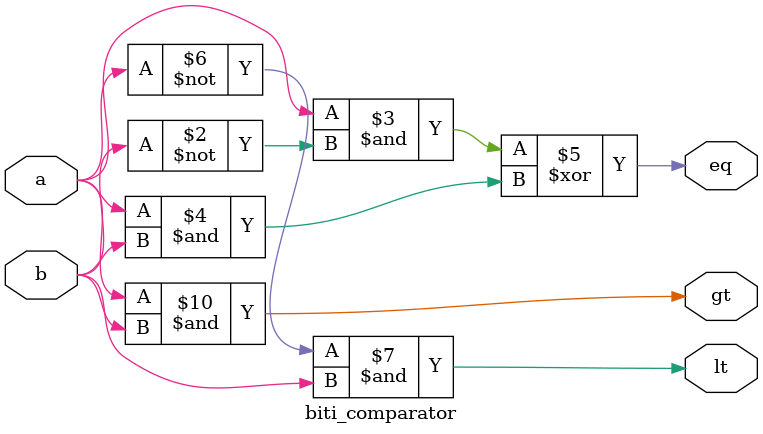
<source format=v>
module biti_comparator (eq,lt,gt,a,b);

  input a,b;
  output eq,lt,gt;
  wire q,w;

  assign eq = (-a&~b)^a&b;
  assign lt = (~a) &b;
  assign gt = -a & (-b);

  endmodule


</source>
